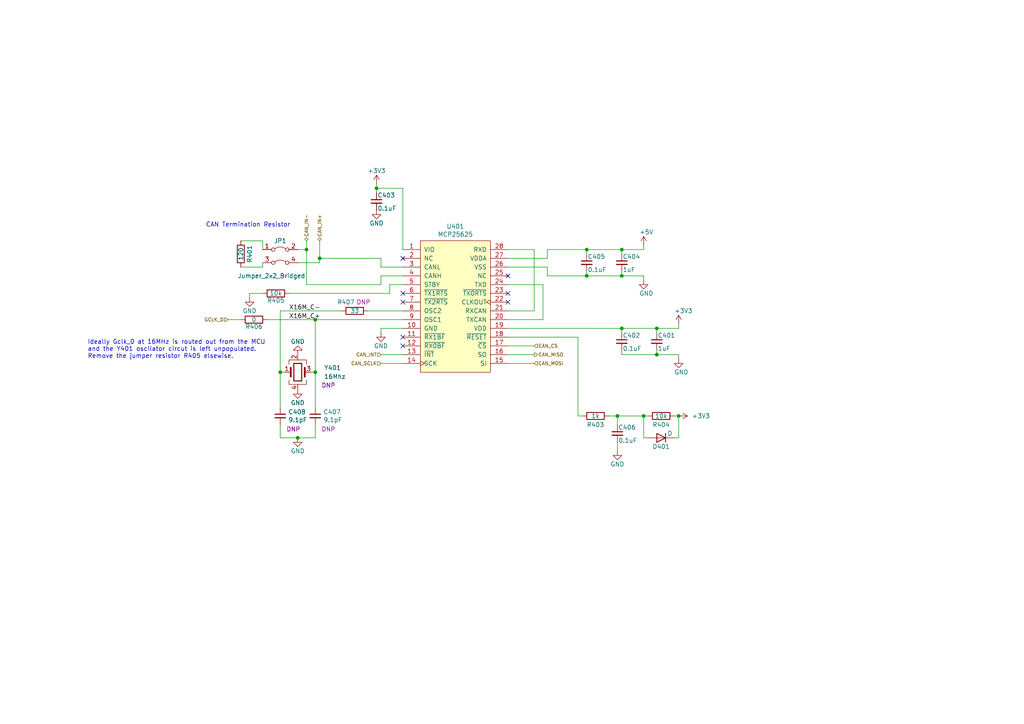
<source format=kicad_sch>
(kicad_sch (version 20211123) (generator eeschema)
  (paper "A4")
  (lib_symbols
    (symbol "Device:C_Small" (pin_numbers hide) (pin_names (offset 0.254) hide)
      (property "Reference" "C" (at 0.254 1.778 0))
      (property "Value" "C_Small" (at 0.254 -2.032 0))
      (symbol "C_Small_0_1"
        (polyline (pts (xy -1.524 -0.508) (xy 1.524 -0.508)) (stroke (width 0.3302)))
        (polyline (pts (xy -1.524 0.508) (xy 1.524 0.508)) (stroke (width 0.3048)))
      )
      (symbol "C_Small_1_1"
        (pin passive line (at 0 2.54 270) (length 2.032) (name "~") (number "1"))
        (pin passive line (at 0 -2.54 90) (length 2.032) (name "~") (number "2"))
      )
    )
    (symbol "Device:Crystal_GND24" (pin_names (offset 1.016) hide)
      (property "Reference" "Y" (at 3.175 5.08 0))
      (property "Value" "Crystal_GND24" (at 3.175 3.175 0))
      (symbol "Crystal_GND24_0_1"
        (rectangle (start -1.143 2.54) (end 1.143 -2.54) (stroke (width 0.3048)))
        (polyline (pts (xy -2.54 0) (xy -2.032 0)))
        (polyline (pts (xy -2.032 -1.27) (xy -2.032 1.27)) (stroke (width 0.508)))
        (polyline (pts (xy 0 -3.81) (xy 0 -3.556)))
        (polyline (pts (xy 0 3.556) (xy 0 3.81)))
        (polyline (pts (xy 2.032 -1.27) (xy 2.032 1.27)) (stroke (width 0.508)))
        (polyline (pts (xy 2.032 0) (xy 2.54 0)))
        (polyline (pts (xy -2.54 -2.286) (xy -2.54 -3.556) (xy 2.54 -3.556) (xy 2.54 -2.286)))
        (polyline (pts (xy -2.54 2.286) (xy -2.54 3.556) (xy 2.54 3.556) (xy 2.54 2.286)))
      )
      (symbol "Crystal_GND24_1_1"
        (pin passive line (at -3.81 0 0) (length 1.27) (name "1") (number "1"))
        (pin passive line (at 0 5.08 270) (length 1.27) (name "2") (number "2"))
        (pin passive line (at 3.81 0 180) (length 1.27) (name "3") (number "3"))
        (pin passive line (at 0 -5.08 90) (length 1.27) (name "4") (number "4"))
      )
    )
    (symbol "Device:D" (pin_numbers hide) (pin_names (offset 1.016) hide)
      (property "Reference" "D" (at 0 2.54 0))
      (property "Value" "D" (at 0 -2.54 0))
      (symbol "D_0_1"
        (polyline (pts (xy -1.27 1.27) (xy -1.27 -1.27)) (stroke (width 0.254)))
        (polyline (pts (xy 1.27 0) (xy -1.27 0)))
        (polyline (pts (xy 1.27 1.27) (xy 1.27 -1.27) (xy -1.27 0) (xy 1.27 1.27)) (stroke (width 0.254)))
      )
      (symbol "D_1_1"
        (pin passive line (at -3.81 0 0) (length 2.54) (name "K") (number "1"))
        (pin passive line (at 3.81 0 180) (length 2.54) (name "A") (number "2"))
      )
    )
    (symbol "Device:R" (pin_numbers hide) (pin_names (offset 0))
      (property "Reference" "R" (at 2.032 0 90))
      (property "Value" "R" (at 0 0 90))
      (symbol "R_0_1"
        (rectangle (start -1.016 -2.54) (end 1.016 2.54) (stroke (width 0.254)))
      )
      (symbol "R_1_1"
        (pin passive line (at 0 3.81 270) (length 1.27) (name "~") (number "1"))
        (pin passive line (at 0 -3.81 90) (length 1.27) (name "~") (number "2"))
      )
    )
    (symbol "FSAE2020:Jumper_2x2_Bridged" (pin_names (offset 0) hide)
      (property "Reference" "JP" (at 0 1.905 0))
      (property "Value" "Jumper_2x2_Bridged" (at 0 -6.35 0))
      (symbol "Jumper_2x2_Bridged_0_0"
        (circle (center -2.032 -3.81) (radius 0.508))
        (circle (center -2.032 0) (radius 0.508))
        (circle (center 2.032 -3.81) (radius 0.508))
        (circle (center 2.032 0) (radius 0.508))
      )
      (symbol "Jumper_2x2_Bridged_0_1"
        (arc (start 1.524 -3.556) (mid 0 -3.048) (end -1.524 -3.556))
        (arc (start 1.524 0.254) (mid 0 0.762) (end -1.524 0.254))
      )
      (symbol "Jumper_2x2_Bridged_1_1"
        (pin passive line (at -5.08 0 0) (length 2.54) (name "A") (number "1"))
        (pin passive line (at 5.08 0 180) (length 2.54) (name "B") (number "2"))
        (pin passive line (at -5.08 -3.81 0) (length 2.54) (name "A") (number "3"))
        (pin passive line (at 5.08 -3.81 180) (length 2.54) (name "B") (number "4"))
      )
    )
    (symbol "FSAE2020:MCP25625" (pin_names (offset 1.016))
      (property "Reference" "U" (at -8.89 20.32 0))
      (property "Value" "MCP25625" (at 7.62 20.32 0))
      (symbol "MCP25625_0_1"
        (rectangle (start 10.16 19.05) (end -10.16 -19.05) (fill (type background)))
      )
      (symbol "MCP25625_1_1"
        (pin power_in line (at -15.24 16.51 0) (length 5.08) (name "VIO") (number "1"))
        (pin power_in line (at -15.24 -6.35 0) (length 5.08) (name "GND") (number "10"))
        (pin input line (at -15.24 -8.89 0) (length 5.08) (name "~{RX1BF}") (number "11"))
        (pin input line (at -15.24 -11.43 0) (length 5.08) (name "~{RX0BF}") (number "12"))
        (pin input line (at -15.24 -13.97 0) (length 5.08) (name "~{INT}") (number "13"))
        (pin input clock (at -15.24 -16.51 0) (length 5.08) (name "SCK") (number "14"))
        (pin input line (at 15.24 -16.51 180) (length 5.08) (name "SI") (number "15"))
        (pin input line (at 15.24 -13.97 180) (length 5.08) (name "SO") (number "16"))
        (pin input line (at 15.24 -11.43 180) (length 5.08) (name "~{CS}") (number "17"))
        (pin input line (at 15.24 -8.89 180) (length 5.08) (name "~{RESET}") (number "18"))
        (pin power_in line (at 15.24 -6.35 180) (length 5.08) (name "VDD") (number "19"))
        (pin no_connect line (at -15.24 13.97 0) (length 5.08) (name "NC") (number "2"))
        (pin input line (at 15.24 -3.81 180) (length 5.08) (name "TXCAN") (number "20"))
        (pin input line (at 15.24 -1.27 180) (length 5.08) (name "RXCAN") (number "21"))
        (pin input clock (at 15.24 1.27 180) (length 5.08) (name "CLKOUT") (number "22"))
        (pin input line (at 15.24 3.81 180) (length 5.08) (name "~{TX0RTS}") (number "23"))
        (pin input line (at 15.24 6.35 180) (length 5.08) (name "TXD") (number "24"))
        (pin no_connect line (at 15.24 8.89 180) (length 5.08) (name "NC") (number "25"))
        (pin power_in line (at 15.24 11.43 180) (length 5.08) (name "VSS") (number "26"))
        (pin power_in line (at 15.24 13.97 180) (length 5.08) (name "VDDA") (number "27"))
        (pin input line (at 15.24 16.51 180) (length 5.08) (name "RXD") (number "28"))
        (pin input line (at -15.24 11.43 0) (length 5.08) (name "CANL") (number "3"))
        (pin input line (at -15.24 8.89 0) (length 5.08) (name "CANH") (number "4"))
        (pin input line (at -15.24 6.35 0) (length 5.08) (name "STBY") (number "5"))
        (pin input line (at -15.24 3.81 0) (length 5.08) (name "~{TX1RTS}") (number "6"))
        (pin input line (at -15.24 1.27 0) (length 5.08) (name "~{TX2RTS}") (number "7"))
        (pin input line (at -15.24 -1.27 0) (length 5.08) (name "OSC2") (number "8"))
        (pin input line (at -15.24 -3.81 0) (length 5.08) (name "OSC1") (number "9"))
      )
    )
    (symbol "power:+3.3V" (power) (pin_names (offset 0))
      (property "Value" "+3.3V" (at 0 3.556 0))
      (symbol "+3.3V_0_1"
        (polyline (pts (xy -0.762 1.27) (xy 0 2.54)))
        (polyline (pts (xy 0 0) (xy 0 2.54)))
        (polyline (pts (xy 0 2.54) (xy 0.762 1.27)))
      )
      (symbol "+3.3V_1_1"
        (pin power_in line (at 0 0 90) (length 0) hide (name "+3V3") (number "1"))
      )
    )
    (symbol "power:+5V" (power) (pin_names (offset 0))
      (property "Value" "+5V" (at 0 3.556 0))
      (symbol "+5V_0_1"
        (polyline (pts (xy -0.762 1.27) (xy 0 2.54)))
        (polyline (pts (xy 0 0) (xy 0 2.54)))
        (polyline (pts (xy 0 2.54) (xy 0.762 1.27)))
      )
      (symbol "+5V_1_1"
        (pin power_in line (at 0 0 90) (length 0) hide (name "+5V") (number "1"))
      )
    )
    (symbol "power:GND" (power) (pin_names (offset 0))
      (property "Value" "GND" (at 0 -3.81 0))
      (symbol "GND_0_1"
        (polyline (pts (xy 0 0) (xy 0 -1.27) (xy 1.27 -1.27) (xy 0 -2.54) (xy -1.27 -1.27) (xy 0 -1.27)))
      )
      (symbol "GND_1_1"
        (pin power_in line (at 0 0 270) (length 0) hide (name "GND") (number "1"))
      )
    )
  )
  (junction (at 92.71 74.93))
  (junction (at 186.69 120.65))
  (junction (at 190.5 95.25))
  (junction (at 170.18 72.39))
  (junction (at 180.34 95.25))
  (junction (at 86.36 127))
  (junction (at 91.44 92.71))
  (junction (at 88.9 72.39))
  (junction (at 109.22 54.61))
  (junction (at 91.44 107.95))
  (junction (at 179.07 120.65))
  (junction (at 81.28 107.95))
  (junction (at 180.34 80.01))
  (junction (at 190.5 102.87))
  (junction (at 196.85 120.65))
  (junction (at 170.18 80.01))
  (junction (at 180.34 72.39))
  (no_connect (at 116.84 74.93))
  (no_connect (at 116.84 87.63))
  (no_connect (at 116.84 97.79))
  (no_connect (at 116.84 100.33))
  (no_connect (at 116.84 85.09))
  (no_connect (at 147.32 85.09))
  (no_connect (at 147.32 80.01))
  (no_connect (at 147.32 87.63))
  (wire (pts (xy 186.69 80.01) (xy 186.69 81.28)))
  (wire (pts (xy 180.34 95.25) (xy 190.5 95.25)))
  (wire (pts (xy 176.53 120.65) (xy 179.07 120.65)))
  (wire (pts (xy 147.32 105.41) (xy 154.94 105.41)))
  (wire (pts (xy 116.84 82.55) (xy 113.03 82.55)))
  (wire (pts (xy 180.34 102.87) (xy 180.34 101.6)))
  (wire (pts (xy 190.5 102.87) (xy 190.5 101.6)))
  (wire (pts (xy 92.71 69.85) (xy 92.71 74.93)))
  (wire (pts (xy 158.75 72.39) (xy 170.18 72.39)))
  (wire (pts (xy 91.44 92.71) (xy 116.84 92.71)))
  (wire (pts (xy 158.75 77.47) (xy 158.75 80.01)))
  (wire (pts (xy 76.2 69.85) (xy 69.85 69.85)))
  (wire (pts (xy 170.18 73.66) (xy 170.18 72.39)))
  (wire (pts (xy 180.34 73.66) (xy 180.34 72.39)))
  (wire (pts (xy 179.07 120.65) (xy 186.69 120.65)))
  (wire (pts (xy 81.28 127) (xy 81.28 123.19)))
  (wire (pts (xy 88.9 82.55) (xy 110.49 82.55)))
  (wire (pts (xy 196.85 120.65) (xy 196.85 127)))
  (wire (pts (xy 76.2 76.2) (xy 76.2 77.47)))
  (wire (pts (xy 167.64 120.65) (xy 168.91 120.65)))
  (wire (pts (xy 109.22 55.88) (xy 109.22 54.61)))
  (wire (pts (xy 113.03 82.55) (xy 113.03 85.09)))
  (wire (pts (xy 196.85 93.98) (xy 196.85 95.25)))
  (wire (pts (xy 180.34 80.01) (xy 186.69 80.01)))
  (wire (pts (xy 158.75 72.39) (xy 158.75 74.93)))
  (wire (pts (xy 147.32 90.17) (xy 154.94 90.17)))
  (wire (pts (xy 179.07 120.65) (xy 179.07 123.19)))
  (wire (pts (xy 109.22 54.61) (xy 116.84 54.61)))
  (wire (pts (xy 109.22 53.34) (xy 109.22 54.61)))
  (wire (pts (xy 110.49 77.47) (xy 110.49 74.93)))
  (wire (pts (xy 72.39 85.09) (xy 72.39 86.36)))
  (wire (pts (xy 157.48 92.71) (xy 157.48 82.55)))
  (wire (pts (xy 167.64 97.79) (xy 167.64 120.65)))
  (wire (pts (xy 91.44 92.71) (xy 91.44 107.95)))
  (wire (pts (xy 91.44 127) (xy 86.36 127)))
  (wire (pts (xy 147.32 97.79) (xy 167.64 97.79)))
  (wire (pts (xy 190.5 102.87) (xy 180.34 102.87)))
  (wire (pts (xy 180.34 78.74) (xy 180.34 80.01)))
  (wire (pts (xy 147.32 95.25) (xy 180.34 95.25)))
  (wire (pts (xy 147.32 92.71) (xy 157.48 92.71)))
  (wire (pts (xy 179.07 130.81) (xy 179.07 128.27)))
  (wire (pts (xy 116.84 77.47) (xy 110.49 77.47)))
  (wire (pts (xy 92.71 74.93) (xy 110.49 74.93)))
  (wire (pts (xy 186.69 71.12) (xy 186.69 72.39)))
  (wire (pts (xy 110.49 105.41) (xy 116.84 105.41)))
  (wire (pts (xy 196.85 102.87) (xy 196.85 104.14)))
  (wire (pts (xy 154.94 90.17) (xy 154.94 72.39)))
  (wire (pts (xy 91.44 123.19) (xy 91.44 127)))
  (wire (pts (xy 147.32 102.87) (xy 154.94 102.87)))
  (wire (pts (xy 91.44 107.95) (xy 91.44 118.11)))
  (wire (pts (xy 92.71 76.2) (xy 92.71 74.93)))
  (wire (pts (xy 196.85 127) (xy 195.58 127)))
  (wire (pts (xy 81.28 107.95) (xy 81.28 118.11)))
  (wire (pts (xy 110.49 95.25) (xy 110.49 96.52)))
  (wire (pts (xy 116.84 54.61) (xy 116.84 72.39)))
  (wire (pts (xy 186.69 120.65) (xy 187.96 120.65)))
  (wire (pts (xy 154.94 72.39) (xy 147.32 72.39)))
  (wire (pts (xy 187.96 127) (xy 186.69 127)))
  (wire (pts (xy 180.34 95.25) (xy 180.34 96.52)))
  (wire (pts (xy 190.5 95.25) (xy 196.85 95.25)))
  (wire (pts (xy 190.5 95.25) (xy 190.5 96.52)))
  (wire (pts (xy 170.18 78.74) (xy 170.18 80.01)))
  (wire (pts (xy 170.18 80.01) (xy 180.34 80.01)))
  (wire (pts (xy 113.03 85.09) (xy 83.82 85.09)))
  (wire (pts (xy 88.9 82.55) (xy 88.9 72.39)))
  (wire (pts (xy 190.5 102.87) (xy 196.85 102.87)))
  (wire (pts (xy 158.75 74.93) (xy 147.32 74.93)))
  (wire (pts (xy 81.28 90.17) (xy 81.28 107.95)))
  (wire (pts (xy 106.68 90.17) (xy 116.84 90.17)))
  (wire (pts (xy 76.2 85.09) (xy 72.39 85.09)))
  (wire (pts (xy 81.28 90.17) (xy 99.06 90.17)))
  (wire (pts (xy 69.85 92.71) (xy 66.04 92.71)))
  (wire (pts (xy 86.36 72.39) (xy 88.9 72.39)))
  (wire (pts (xy 116.84 95.25) (xy 110.49 95.25)))
  (wire (pts (xy 82.55 107.95) (xy 81.28 107.95)))
  (wire (pts (xy 76.2 72.39) (xy 76.2 69.85)))
  (wire (pts (xy 196.85 120.65) (xy 195.58 120.65)))
  (wire (pts (xy 180.34 72.39) (xy 186.69 72.39)))
  (wire (pts (xy 90.17 107.95) (xy 91.44 107.95)))
  (wire (pts (xy 157.48 82.55) (xy 147.32 82.55)))
  (wire (pts (xy 86.36 76.2) (xy 92.71 76.2)))
  (wire (pts (xy 86.36 127) (xy 81.28 127)))
  (wire (pts (xy 77.47 92.71) (xy 91.44 92.71)))
  (wire (pts (xy 110.49 80.01) (xy 110.49 82.55)))
  (wire (pts (xy 147.32 77.47) (xy 158.75 77.47)))
  (wire (pts (xy 88.9 69.85) (xy 88.9 72.39)))
  (wire (pts (xy 147.32 100.33) (xy 154.94 100.33)))
  (wire (pts (xy 186.69 127) (xy 186.69 120.65)))
  (wire (pts (xy 69.85 77.47) (xy 76.2 77.47)))
  (wire (pts (xy 110.49 102.87) (xy 116.84 102.87)))
  (wire (pts (xy 158.75 80.01) (xy 170.18 80.01)))
  (wire (pts (xy 116.84 80.01) (xy 110.49 80.01)))
  (wire (pts (xy 170.18 72.39) (xy 180.34 72.39)))
  (text "CAN Termination Resistor\n" (at 59.69 66.04 0) (effects (font (size 1.27 1.27)) (justify left bottom)))
  (text "Ideally Gclk_0 at 16MHz is routed out from the MCU\nand the Y401 oscilator circut is left unpopulated.\nRemove the jumper resistor R405 elsewise." (at 25.4 104.14 0) (effects (font (size 1.27 1.27)) (justify left bottom)))
  (label "X16M_C-" (at 83.82 90.17 0))
  (label "X16M_C+" (at 83.82 92.71 0))
  (hierarchical_label "CAN_IN+" (shape bidirectional) (at 92.71 69.85 90) (effects (font (size 0.9906 0.9906))))
  (hierarchical_label "CAN_MISO" (shape output) (at 154.94 102.87 0) (effects (font (size 0.9906 0.9906))))
  (hierarchical_label "CAN_IN-" (shape bidirectional) (at 88.9 69.85 90) (effects (font (size 0.9906 0.9906))))
  (hierarchical_label "CAN_MOSI" (shape input) (at 154.94 105.41 0) (effects (font (size 0.9906 0.9906))))
  (hierarchical_label "GCLK_0" (shape input) (at 66.04 92.71 180) (effects (font (size 0.9906 0.9906))))
  (hierarchical_label "CAN_INT" (shape input) (at 110.49 102.87 180) (effects (font (size 0.9906 0.9906))))
  (hierarchical_label "CAN_SCLK" (shape input) (at 110.49 105.41 180) (effects (font (size 0.9906 0.9906))))
  (hierarchical_label "CAN_CS" (shape input) (at 154.94 100.33 0) (effects (font (size 0.9906 0.9906))))
  (symbol (lib_id "Device:R") (at 69.85 73.66 0) (unit 1)
    (property "Reference" "R401" (at 72.39 73.66 90))
    (property "Value" "120" (at 69.85 73.66 90))
    (property "Datasheet" "https://www.seielect.com/catalog/sei-rmcf_rmcp.pdf" (effects hide))
    (property "Description" "RES 120 OHM 1% 1/10W 0603" (effects hide))
    (property "Manufacturer" "Stackpole" (effects hide))
    (property "Part Number" "RMCF0603FT120R" (effects hide))
    (property "Digikey P/N" "RMCF0603FT120RCT-ND" (effects hide))
  )
  (symbol (lib_id "FSAE2020:MCP25625") (at 132.08 88.9 0) (unit 1)
    (property "Reference" "U401" (at 132.08 65.659 0))
    (property "Value" "MCP25625" (at 132.08 67.9704 0))
    (property "Datasheet" "http://ww1.microchip.com/downloads/en/DeviceDoc/MCP25625-CAN-Controller-Data-Sheet-20005282C.pdf" (effects hide))
    (property "Description" "1/1 Transceiver - CANbus 28-SSOP" (effects hide))
    (property "Digikey P/N" "MCP25625T-E/SSCT-ND" (effects hide))
    (property "Manufacturer" "Microchip" (effects hide))
    (property "Part Number" "MCP25625T-E/SS" (effects hide))
  )
  (symbol (lib_id "power:+5V") (at 186.69 71.12 0) (unit 1)
    (property "Reference" "#PWR0135" (effects hide))
    (property "Value" "+5V" (at 185.42 67.31 0) (effects (justify left)))
  )
  (symbol (lib_id "Device:C_Small") (at 170.18 76.2 0) (unit 1)
    (property "Reference" "C405" (at 170.434 74.422 0) (effects (justify left)))
    (property "Value" "0.1uF" (at 170.434 78.232 0) (effects (justify left)))
    (property "Datasheet" "https://api.kemet.com/component-edge/download/specsheet/C0603C104K5RACAUTO.pdf" (effects hide))
    (property "Description" "CAP CER 0.1UF 50V X7R 0603" (effects hide))
    (property "Manufacturer" "KEMET" (effects hide))
    (property "Part Number" "C0603C104K5RACAUTO" (effects hide))
    (property "Digikey P/N" "399-6856-1-ND" (effects hide))
  )
  (symbol (lib_id "Device:C_Small") (at 180.34 76.2 0) (unit 1)
    (property "Reference" "C404" (at 180.594 74.422 0) (effects (justify left)))
    (property "Value" "1uF" (at 180.594 78.232 0) (effects (justify left)))
    (property "Datasheet" "https://api.kemet.com/component-edge/download/specsheet/C0603C472K5RACAUTO.pdf" (effects hide))
    (property "Description" "CAP CER 0603 1UF 16V X7R 10%" (effects hide))
    (property "Manufacturer" "KEMET" (effects hide))
    (property "Part Number" "C0603C105K4RACAUTO" (effects hide))
    (property "Digikey P/N" "399-17704-1-ND" (effects hide))
  )
  (symbol (lib_id "Device:C_Small") (at 109.22 58.42 0) (unit 1)
    (property "Reference" "C403" (at 109.474 56.642 0) (effects (justify left)))
    (property "Value" "0.1uF" (at 109.474 60.452 0) (effects (justify left)))
    (property "Datasheet" "https://api.kemet.com/component-edge/download/specsheet/C0603C104K5RACAUTO.pdf" (effects hide))
    (property "Description" "CAP CER 0.1UF 50V X7R 0603" (effects hide))
    (property "Manufacturer" "KEMET" (effects hide))
    (property "Part Number" "C0603C104K5RACAUTO" (effects hide))
    (property "Digikey P/N" "399-6856-1-ND" (effects hide))
  )
  (symbol (lib_id "power:GND") (at 109.22 60.96 0) (unit 1)
    (property "Reference" "#PWR0136" (effects hide))
    (property "Value" "GND" (at 109.22 64.77 0))
  )
  (symbol (lib_id "Device:C_Small") (at 180.34 99.06 0) (unit 1)
    (property "Reference" "C402" (at 180.594 97.282 0) (effects (justify left)))
    (property "Value" "0.1uF" (at 180.594 101.092 0) (effects (justify left)))
    (property "Datasheet" "https://api.kemet.com/component-edge/download/specsheet/C0603C104K5RACAUTO.pdf" (effects hide))
    (property "Description" "CAP CER 0.1UF 50V X7R 0603" (effects hide))
    (property "Manufacturer" "KEMET" (effects hide))
    (property "Part Number" "C0603C104K5RACAUTO" (effects hide))
    (property "Digikey P/N" "399-6856-1-ND" (effects hide))
  )
  (symbol (lib_id "power:+3.3V") (at 196.85 93.98 0) (unit 1)
    (property "Reference" "#PWR0137" (effects hide))
    (property "Value" "+3.3V" (at 195.58 90.17 0) (effects (justify left)))
  )
  (symbol (lib_id "power:GND") (at 196.85 104.14 0) (unit 1)
    (property "Reference" "#PWR0138" (effects hide))
    (property "Value" "GND" (at 195.58 107.95 0) (effects (justify left)))
  )
  (symbol (lib_id "Device:C_Small") (at 190.5 99.06 0) (unit 1)
    (property "Reference" "C401" (at 190.754 97.282 0) (effects (justify left)))
    (property "Value" "1uF" (at 190.754 101.092 0) (effects (justify left)))
    (property "Datasheet" "https://api.kemet.com/component-edge/download/specsheet/C0603C472K5RACAUTO.pdf" (effects hide))
    (property "Description" "CAP CER 0603 1UF 16V X7R 10%" (effects hide))
    (property "Manufacturer" "KEMET" (effects hide))
    (property "Part Number" "C0603C105K4RACAUTO" (effects hide))
    (property "Digikey P/N" "399-17704-1-ND" (effects hide))
  )
  (symbol (lib_id "power:+3.3V") (at 109.22 53.34 0) (unit 1)
    (property "Reference" "#PWR0139" (effects hide))
    (property "Value" "+3.3V" (at 109.22 49.53 0))
  )
  (symbol (lib_id "power:GND") (at 110.49 96.52 0) (unit 1)
    (property "Reference" "#PWR0140" (effects hide))
    (property "Value" "GND" (at 110.49 100.33 0))
  )
  (symbol (lib_id "Device:R") (at 191.77 120.65 270) (unit 1)
    (property "Reference" "R404" (at 191.77 123.19 90))
    (property "Value" "10k" (at 191.77 120.65 90))
    (property "Datasheet" "https://www.seielect.com/catalog/sei-rmcf_rmcp.pdf" (effects hide))
    (property "Description" "RES 10K OHM 5% 1/10W 0603" (effects hide))
    (property "Manufacturer" "Stackpole" (effects hide))
    (property "Part Number" "RMCF0603JT10K0" (effects hide))
    (property "Digikey P/N" "RMCF0603JT10K0CT-ND" (effects hide))
  )
  (symbol (lib_id "power:GND") (at 72.39 86.36 0) (unit 1)
    (property "Reference" "#PWR0141" (effects hide))
    (property "Value" "GND" (at 72.39 90.17 0))
  )
  (symbol (lib_id "Device:R") (at 80.01 85.09 270) (unit 1)
    (property "Reference" "R405" (at 80.01 87.122 90))
    (property "Value" "10k" (at 80.01 85.09 90))
    (property "Datasheet" "https://www.seielect.com/catalog/sei-rmcf_rmcp.pdf" (effects hide))
    (property "Description" "RES 10K OHM 5% 1/10W 0603" (effects hide))
    (property "Manufacturer" "Stackpole" (effects hide))
    (property "Part Number" "RMCF0603JT10K0" (effects hide))
    (property "Digikey P/N" "RMCF0603JT10K0CT-ND" (effects hide))
  )
  (symbol (lib_id "Device:D") (at 191.77 127 180) (unit 1)
    (property "Reference" "D401" (at 191.77 129.54 0))
    (property "Value" "D" (at 194.31 125.73 0))
    (property "Datasheet" "https://www.diodes.com/assets/Datasheets/MBR230S1F.pdf" (effects hide))
    (property "Description" "DIODE SCHOTTKY 30V 2A SOD123F" (effects hide))
    (property "Digikey P/N" "MBR230S1F-7DICT-ND" (effects hide))
    (property "Manufacturer" "Diodes Inc" (effects hide))
    (property "Part Number" "MBR230S1F-7" (effects hide))
  )
  (symbol (lib_id "Device:R") (at 172.72 120.65 270) (unit 1)
    (property "Reference" "R403" (at 172.72 123.19 90))
    (property "Value" "1k" (at 172.72 120.65 90))
    (property "Datasheet" "https://www.seielect.com/catalog/sei-rmcf_rmcp.pdf" (effects hide))
    (property "Description" "RES 1K OHM 5% 1/10W 0603" (effects hide))
    (property "Manufacturer" "Stackpole" (effects hide))
    (property "Part Number" "RMCF0603JT1K00" (effects hide))
    (property "Digikey P/N" "RMCF0603JT1K00CT-ND" (effects hide))
  )
  (symbol (lib_id "Device:C_Small") (at 179.07 125.73 0) (unit 1)
    (property "Reference" "C406" (at 179.324 123.952 0) (effects (justify left)))
    (property "Value" "0.1uF" (at 179.324 127.762 0) (effects (justify left)))
    (property "Datasheet" "https://api.kemet.com/component-edge/download/specsheet/C0603C104K5RACAUTO.pdf" (effects hide))
    (property "Description" "CAP CER 0.1UF 50V X7R 0603" (effects hide))
    (property "Manufacturer" "KEMET" (effects hide))
    (property "Part Number" "C0603C104K5RACAUTO" (effects hide))
    (property "Digikey P/N" "399-6856-1-ND" (effects hide))
  )
  (symbol (lib_id "power:GND") (at 179.07 130.81 0) (unit 1)
    (property "Reference" "#PWR0142" (effects hide))
    (property "Value" "GND" (at 179.07 134.62 0))
  )
  (symbol (lib_id "Device:R") (at 73.66 92.71 270) (unit 1)
    (property "Reference" "R406" (at 73.66 94.742 90))
    (property "Value" "0" (at 73.66 92.71 90))
    (property "Datasheet" "https://www.seielect.com/catalog/sei-rmcf_rmcp.pdf" (effects hide))
    (property "Description" "RES 0 OHM JUMPER 1/10W 0603" (effects hide))
    (property "Manufacturer" "Stackpole" (effects hide))
    (property "Part Number" "RMCF0603ZT0R00" (effects hide))
    (property "Digikey P/N" "RMCF0603ZT0R00CT-ND" (effects hide))
  )
  (symbol (lib_id "Device:Crystal_GND24") (at 86.36 107.95 0) (unit 1)
    (property "Reference" "Y401" (at 93.98 106.68 0) (effects (justify left)))
    (property "Value" "16Mhz" (at 93.98 109.22 0) (effects (justify left)))
    (property "Datasheet" "https://www.mouser.com/datasheet/2/122/ecx_53b-1479911.pdf" (effects hide))
    (property "Description" "Crystals 16.000MHZ 8pF 10ppm -20C +70C" (effects hide))
    (property "Digikey P/N" "XC1839CT-ND" (effects hide))
    (property "Manufacturer" "ECS" (effects hide))
    (property "Part Number" "ECS-160-8-30B-CKM" (effects hide))
    (property "Note" "DNP" (at 95.25 111.76 0))
  )
  (symbol (lib_id "power:GND") (at 86.36 102.87 180) (unit 1)
    (property "Reference" "#PWR0143" (effects hide))
    (property "Value" "GND" (at 86.36 99.06 0))
  )
  (symbol (lib_id "power:GND") (at 86.36 113.03 0) (unit 1)
    (property "Reference" "#PWR0144" (effects hide))
    (property "Value" "GND" (at 86.36 116.84 0))
  )
  (symbol (lib_id "Device:C_Small") (at 81.28 120.65 0) (unit 1)
    (property "Reference" "C408" (at 83.6168 119.4816 0) (effects (justify left)))
    (property "Value" "9.1pF" (at 83.6168 121.793 0) (effects (justify left)))
    (property "Datasheet" "https://api.kemet.com/component-edge/download/datasheet/C0402C919C5GAC7867.pdf" (effects hide))
    (property "Description" "CAP CER 9.1PF 50V C0G/NP0 0402" (effects hide))
    (property "Digikey P/N" "399-14287-1-ND" (effects hide))
    (property "Manufacturer" "KEMET" (effects hide))
    (property "Part Number" "C0402C919C5GAC7867" (effects hide))
    (property "Note" "DNP" (at 85.09 124.46 0))
  )
  (symbol (lib_id "Device:C_Small") (at 91.44 120.65 0) (unit 1)
    (property "Reference" "C407" (at 93.7768 119.4816 0) (effects (justify left)))
    (property "Value" "9.1pF" (at 93.7768 121.793 0) (effects (justify left)))
    (property "Datasheet" "https://api.kemet.com/component-edge/download/datasheet/C0402C919C5GAC7867.pdf" (effects hide))
    (property "Description" "CAP CER 9.1PF 50V C0G/NP0 0402" (effects hide))
    (property "Digikey P/N" "399-14287-1-ND" (effects hide))
    (property "Manufacturer" "KEMET" (effects hide))
    (property "Part Number" "C0402C919C5GAC7867" (effects hide))
    (property "Note" "DNP" (at 95.25 124.46 0))
  )
  (symbol (lib_id "power:GND") (at 86.36 127 0) (unit 1)
    (property "Reference" "#PWR0145" (effects hide))
    (property "Value" "GND" (at 86.36 130.81 0))
  )
  (symbol (lib_id "power:+3.3V") (at 196.85 120.65 270) (unit 1)
    (property "Reference" "#PWR0146" (effects hide))
    (property "Value" "+3.3V" (at 200.66 120.65 90) (effects (justify left)))
  )
  (symbol (lib_id "power:GND") (at 186.69 81.28 0) (unit 1)
    (property "Reference" "#PWR0147" (effects hide))
    (property "Value" "GND" (at 185.42 85.09 0) (effects (justify left)))
  )
  (symbol (lib_id "Device:R") (at 102.87 90.17 270) (unit 1)
    (property "Reference" "R407" (at 100.33 87.63 90))
    (property "Value" "33" (at 102.87 90.17 90))
    (property "Datasheet" "https://www.seielect.com/catalog/sei-rmcf_rmcp.pdf" (effects hide))
    (property "Description" "RES 0 OHM JUMPER 1/10W 0603" (effects hide))
    (property "Manufacturer" "Stackpole" (effects hide))
    (property "Part Number" "RMCF0603ZT0R00" (effects hide))
    (property "Digikey P/N" "RMCF0603ZT0R00CT-ND" (effects hide))
    (property "Note" "DNP" (at 105.41 87.63 90))
  )
  (symbol (lib_id "FSAE2020:Jumper_2x2_Bridged") (at 81.28 72.39 0) (unit 1)
    (property "Reference" "JP1" (at 81.28 69.85 0))
    (property "Value" "Jumper_2x2_Bridged" (at 78.74 80.01 0))
  )
)
</source>
